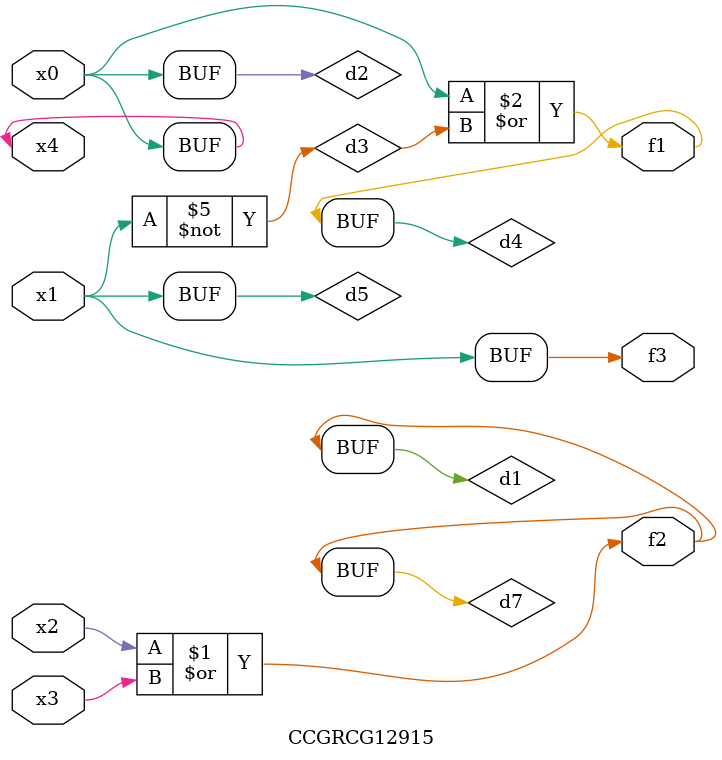
<source format=v>
module CCGRCG12915(
	input x0, x1, x2, x3, x4,
	output f1, f2, f3
);

	wire d1, d2, d3, d4, d5, d6, d7;

	or (d1, x2, x3);
	buf (d2, x0, x4);
	not (d3, x1);
	or (d4, d2, d3);
	not (d5, d3);
	nand (d6, d1, d3);
	or (d7, d1);
	assign f1 = d4;
	assign f2 = d7;
	assign f3 = d5;
endmodule

</source>
